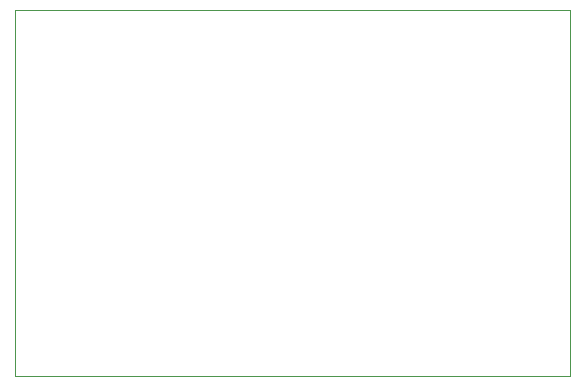
<source format=gm1>
G04 #@! TF.GenerationSoftware,KiCad,Pcbnew,5.1.5+dfsg1-2build2*
G04 #@! TF.CreationDate,2021-09-03T15:27:24+02:00*
G04 #@! TF.ProjectId,180V power supply,31383056-2070-46f7-9765-722073757070,rev?*
G04 #@! TF.SameCoordinates,Original*
G04 #@! TF.FileFunction,Profile,NP*
%FSLAX46Y46*%
G04 Gerber Fmt 4.6, Leading zero omitted, Abs format (unit mm)*
G04 Created by KiCad (PCBNEW 5.1.5+dfsg1-2build2) date 2021-09-03 15:27:24*
%MOMM*%
%LPD*%
G04 APERTURE LIST*
%ADD10C,0.100000*%
G04 APERTURE END LIST*
D10*
X64000000Y-86000000D02*
X64000000Y-55000000D01*
X111000000Y-86000000D02*
X64000000Y-86000000D01*
X111000000Y-55000000D02*
X111000000Y-86000000D01*
X64000000Y-55000000D02*
X111000000Y-55000000D01*
M02*

</source>
